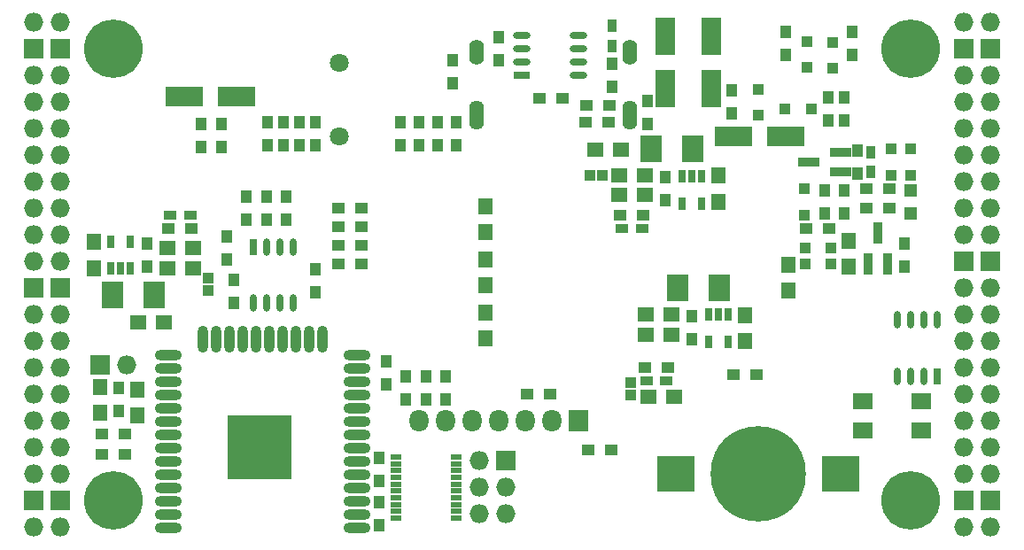
<source format=gbs>
G04 #@! TF.FileFunction,Soldermask,Bot*
%FSLAX46Y46*%
G04 Gerber Fmt 4.6, Leading zero omitted, Abs format (unit mm)*
G04 Created by KiCad (PCBNEW 4.0.7+dfsg1-1) date Sun Jan  7 12:00:11 2018*
%MOMM*%
%LPD*%
G01*
G04 APERTURE LIST*
%ADD10C,0.100000*%
%ADD11O,1.827200X1.827200*%
%ADD12R,1.827200X1.827200*%
%ADD13R,1.000000X1.300000*%
%ADD14R,1.100000X1.100000*%
%ADD15R,1.900000X3.600000*%
%ADD16R,2.100000X2.600000*%
%ADD17R,0.800000X1.300000*%
%ADD18R,1.350000X1.600000*%
%ADD19R,1.600000X1.350000*%
%ADD20R,0.900000X2.000000*%
%ADD21R,2.000000X0.900000*%
%ADD22R,1.300000X0.850000*%
%ADD23R,0.850000X1.300000*%
%ADD24R,1.300000X1.000000*%
%ADD25C,5.600000*%
%ADD26R,1.100000X0.500000*%
%ADD27R,1.827200X2.132000*%
%ADD28O,1.827200X2.132000*%
%ADD29R,3.600000X1.900000*%
%ADD30R,3.600000X3.400000*%
%ADD31C,9.100000*%
%ADD32C,1.800000*%
%ADD33O,1.400000X2.800000*%
%ADD34O,1.400000X2.400000*%
%ADD35R,0.700000X1.650000*%
%ADD36O,0.700000X1.650000*%
%ADD37R,1.650000X0.700000*%
%ADD38O,1.650000X0.700000*%
%ADD39O,2.600000X1.000000*%
%ADD40O,1.000000X2.600000*%
%ADD41R,6.100000X6.100000*%
%ADD42R,1.900000X1.500000*%
%ADD43R,1.300000X1.300000*%
G04 APERTURE END LIST*
D10*
D11*
X97910000Y-62690000D03*
X95370000Y-62690000D03*
D12*
X97910000Y-65230000D03*
X95370000Y-65230000D03*
D11*
X97910000Y-67770000D03*
X95370000Y-67770000D03*
X97910000Y-70310000D03*
X95370000Y-70310000D03*
X97910000Y-72850000D03*
X95370000Y-72850000D03*
X97910000Y-75390000D03*
X95370000Y-75390000D03*
X97910000Y-77930000D03*
X95370000Y-77930000D03*
X97910000Y-80470000D03*
X95370000Y-80470000D03*
X97910000Y-83010000D03*
X95370000Y-83010000D03*
X97910000Y-85550000D03*
X95370000Y-85550000D03*
D12*
X97910000Y-88090000D03*
X95370000Y-88090000D03*
D11*
X97910000Y-90630000D03*
X95370000Y-90630000D03*
X97910000Y-93170000D03*
X95370000Y-93170000D03*
X97910000Y-95710000D03*
X95370000Y-95710000D03*
X97910000Y-98250000D03*
X95370000Y-98250000D03*
X97910000Y-100790000D03*
X95370000Y-100790000D03*
X97910000Y-103330000D03*
X95370000Y-103330000D03*
X97910000Y-105870000D03*
X95370000Y-105870000D03*
D12*
X97910000Y-108410000D03*
X95370000Y-108410000D03*
D11*
X97910000Y-110950000D03*
X95370000Y-110950000D03*
D13*
X103498000Y-99858000D03*
X103498000Y-97658000D03*
D14*
X152393000Y-97142000D03*
X152393000Y-98342000D03*
D15*
X155695000Y-69000000D03*
X155695000Y-64000000D03*
D13*
X154044000Y-72426000D03*
X154044000Y-70226000D03*
D16*
X160870000Y-88090000D03*
X156870000Y-88090000D03*
D17*
X159825000Y-90600000D03*
X160775000Y-90600000D03*
X161725000Y-90600000D03*
X161725000Y-93200000D03*
X159825000Y-93200000D03*
D16*
X102895000Y-88725000D03*
X106895000Y-88725000D03*
D17*
X104575000Y-86215000D03*
X103625000Y-86215000D03*
X102675000Y-86215000D03*
X102675000Y-83615000D03*
X104575000Y-83615000D03*
D16*
X158330000Y-74755000D03*
X154330000Y-74755000D03*
D17*
X157285000Y-77392000D03*
X158235000Y-77392000D03*
X159185000Y-77392000D03*
X159185000Y-79992000D03*
X157285000Y-79992000D03*
D18*
X101085000Y-83665000D03*
X101085000Y-86165000D03*
D19*
X153810000Y-90630000D03*
X156310000Y-90630000D03*
X153810000Y-92535000D03*
X156310000Y-92535000D03*
D18*
X163315000Y-93150000D03*
X163315000Y-90650000D03*
D19*
X151270000Y-79200000D03*
X153770000Y-79200000D03*
X151270000Y-77295000D03*
X153770000Y-77295000D03*
D18*
X160775000Y-79815000D03*
X160775000Y-77315000D03*
D19*
X110590000Y-84280000D03*
X108090000Y-84280000D03*
X110590000Y-86185000D03*
X108090000Y-86185000D03*
D18*
X173221000Y-86038000D03*
X173221000Y-83538000D03*
D20*
X176965000Y-85780000D03*
X175065000Y-85780000D03*
X176015000Y-82780000D03*
D21*
X172435000Y-75075000D03*
X172435000Y-76975000D03*
X169435000Y-76025000D03*
D22*
X153910000Y-96910000D03*
X155810000Y-96910000D03*
X151570000Y-82375000D03*
X153470000Y-82375000D03*
X110290000Y-81105000D03*
X108390000Y-81105000D03*
D23*
X175380000Y-75075000D03*
X175380000Y-76975000D03*
D24*
X169200000Y-82375000D03*
X171400000Y-82375000D03*
D13*
X172840000Y-80935000D03*
X172840000Y-78735000D03*
D24*
X177115000Y-80470000D03*
X174915000Y-80470000D03*
D13*
X174110000Y-74925000D03*
X174110000Y-77125000D03*
X178555000Y-83815000D03*
X178555000Y-86015000D03*
X113785000Y-83180000D03*
X113785000Y-85380000D03*
X170935000Y-80935000D03*
X170935000Y-78735000D03*
X128390000Y-108580000D03*
X128390000Y-110780000D03*
D24*
X150572000Y-103584000D03*
X148372000Y-103584000D03*
X177115000Y-78565000D03*
X174915000Y-78565000D03*
X153760000Y-95640000D03*
X155960000Y-95640000D03*
X110440000Y-82375000D03*
X108240000Y-82375000D03*
X151420000Y-81105000D03*
X153620000Y-81105000D03*
D13*
X158235000Y-90800000D03*
X158235000Y-93000000D03*
X106165000Y-86015000D03*
X106165000Y-83815000D03*
X155695000Y-77465000D03*
X155695000Y-79665000D03*
D24*
X126696000Y-85804000D03*
X124496000Y-85804000D03*
X126696000Y-84026000D03*
X124496000Y-84026000D03*
X126696000Y-82248000D03*
X124496000Y-82248000D03*
X126696000Y-80470000D03*
X124496000Y-80470000D03*
D13*
X130422000Y-74458000D03*
X130422000Y-72258000D03*
X132200000Y-74458000D03*
X132200000Y-72258000D03*
X133978000Y-74458000D03*
X133978000Y-72258000D03*
X135756000Y-74458000D03*
X135756000Y-72258000D03*
D23*
X150589600Y-64910000D03*
X150589600Y-63010000D03*
D11*
X184270000Y-110950000D03*
X186810000Y-110950000D03*
D12*
X184270000Y-108410000D03*
X186810000Y-108410000D03*
D11*
X184270000Y-105870000D03*
X186810000Y-105870000D03*
X184270000Y-103330000D03*
X186810000Y-103330000D03*
X184270000Y-100790000D03*
X186810000Y-100790000D03*
X184270000Y-98250000D03*
X186810000Y-98250000D03*
X184270000Y-95710000D03*
X186810000Y-95710000D03*
X184270000Y-93170000D03*
X186810000Y-93170000D03*
X184270000Y-90630000D03*
X186810000Y-90630000D03*
X184270000Y-88090000D03*
X186810000Y-88090000D03*
D12*
X184270000Y-85550000D03*
X186810000Y-85550000D03*
D11*
X184270000Y-83010000D03*
X186810000Y-83010000D03*
X184270000Y-80470000D03*
X186810000Y-80470000D03*
X184270000Y-77930000D03*
X186810000Y-77930000D03*
X184270000Y-75390000D03*
X186810000Y-75390000D03*
X184270000Y-72850000D03*
X186810000Y-72850000D03*
X184270000Y-70310000D03*
X186810000Y-70310000D03*
X184270000Y-67770000D03*
X186810000Y-67770000D03*
D12*
X184270000Y-65230000D03*
X186810000Y-65230000D03*
D11*
X184270000Y-62690000D03*
X186810000Y-62690000D03*
D25*
X102990000Y-108410000D03*
X179190000Y-108410000D03*
X179190000Y-65230000D03*
X102990000Y-65230000D03*
D13*
X162045000Y-71410000D03*
X162045000Y-69210000D03*
X139820000Y-66330000D03*
X139820000Y-64130000D03*
X135375000Y-68532000D03*
X135375000Y-66332000D03*
X150615000Y-68870000D03*
X150615000Y-66670000D03*
D24*
X150275000Y-72215000D03*
X148075000Y-72215000D03*
X150380000Y-70600000D03*
X148180000Y-70600000D03*
D26*
X135735000Y-104215000D03*
X135735000Y-104865000D03*
X135735000Y-105515000D03*
X135735000Y-106165000D03*
X135735000Y-106815000D03*
X135735000Y-107465000D03*
X135735000Y-108115000D03*
X135735000Y-108765000D03*
X135735000Y-109415000D03*
X135735000Y-110065000D03*
X129935000Y-110065000D03*
X129935000Y-109415000D03*
X129935000Y-108765000D03*
X129935000Y-108115000D03*
X129935000Y-107465000D03*
X129935000Y-106815000D03*
X129935000Y-106165000D03*
X129935000Y-105515000D03*
X129935000Y-104865000D03*
X129935000Y-104215000D03*
D13*
X119500000Y-79370000D03*
X119500000Y-81570000D03*
X114480000Y-89500000D03*
X114480000Y-87300000D03*
X129025000Y-97275000D03*
X129025000Y-95075000D03*
X117595000Y-79370000D03*
X117595000Y-81570000D03*
X122280000Y-86300000D03*
X122280000Y-88500000D03*
X115690000Y-79370000D03*
X115690000Y-81570000D03*
D24*
X144730000Y-98250000D03*
X142530000Y-98250000D03*
D13*
X132835000Y-98715000D03*
X132835000Y-96515000D03*
X130930000Y-98715000D03*
X130930000Y-96515000D03*
D24*
X101890000Y-103965000D03*
X104090000Y-103965000D03*
D12*
X101720000Y-95456000D03*
D11*
X104260000Y-95456000D03*
D24*
X104090000Y-102060000D03*
X101890000Y-102060000D03*
D18*
X167506000Y-88324000D03*
X167506000Y-85824000D03*
D24*
X164415000Y-96345000D03*
X162215000Y-96345000D03*
D13*
X167252000Y-65822000D03*
X167252000Y-63622000D03*
D12*
X140455000Y-104600000D03*
D11*
X137915000Y-104600000D03*
X140455000Y-107140000D03*
X137915000Y-107140000D03*
X140455000Y-109680000D03*
X137915000Y-109680000D03*
D18*
X138550000Y-90396000D03*
X138550000Y-92896000D03*
X138550000Y-82736000D03*
X138550000Y-80236000D03*
X138550000Y-85316000D03*
X138550000Y-87816000D03*
X101720000Y-97508000D03*
X101720000Y-100008000D03*
D13*
X113277000Y-74585000D03*
X113277000Y-72385000D03*
X111372000Y-74585000D03*
X111372000Y-72385000D03*
X172840000Y-72045000D03*
X172840000Y-69845000D03*
X171316000Y-72045000D03*
X171316000Y-69845000D03*
D27*
X147440000Y-100790000D03*
D28*
X144900000Y-100790000D03*
X142360000Y-100790000D03*
X139820000Y-100790000D03*
X137280000Y-100790000D03*
X134740000Y-100790000D03*
X132200000Y-100790000D03*
D18*
X105276000Y-100262000D03*
X105276000Y-97762000D03*
D29*
X109761000Y-69802000D03*
X114761000Y-69802000D03*
X167212000Y-73612000D03*
X162212000Y-73612000D03*
D15*
X160140000Y-64000000D03*
X160140000Y-69000000D03*
D19*
X154064000Y-98504000D03*
X156564000Y-98504000D03*
X107796000Y-91392000D03*
X105296000Y-91392000D03*
X151484000Y-74882000D03*
X148984000Y-74882000D03*
D13*
X173602000Y-65822000D03*
X173602000Y-63622000D03*
X134740000Y-96515000D03*
X134740000Y-98715000D03*
D30*
X172485000Y-105870000D03*
X156685000Y-105870000D03*
D31*
X164585000Y-105870000D03*
D14*
X169284000Y-66988000D03*
X169284000Y-64488000D03*
X171697000Y-67081000D03*
X171697000Y-64581000D03*
X169050000Y-84280000D03*
X171550000Y-84280000D03*
X169030000Y-81085000D03*
X169030000Y-78585000D03*
X171550000Y-85804000D03*
X169050000Y-85804000D03*
X179190000Y-77275000D03*
X179190000Y-74775000D03*
X177285000Y-74775000D03*
X177285000Y-77275000D03*
X167145000Y-70945000D03*
X169645000Y-70945000D03*
X164585000Y-69060000D03*
X164585000Y-71560000D03*
X112007000Y-87109000D03*
X112007000Y-88309000D03*
X149691000Y-77295000D03*
X148491000Y-77295000D03*
D13*
X128390000Y-106546000D03*
X128390000Y-104346000D03*
X117722000Y-74458000D03*
X117722000Y-72258000D03*
X119246000Y-74458000D03*
X119246000Y-72258000D03*
X120770000Y-74458000D03*
X120770000Y-72258000D03*
X122294000Y-74458000D03*
X122294000Y-72258000D03*
D24*
X145880000Y-69900000D03*
X143680000Y-69900000D03*
D32*
X124580000Y-66548000D03*
X124580000Y-73548000D03*
D33*
X152280000Y-71550000D03*
X137680000Y-71550000D03*
D34*
X137680000Y-65500000D03*
X152280000Y-65500000D03*
D35*
X181730000Y-96505000D03*
D36*
X180460000Y-96505000D03*
X179190000Y-96505000D03*
X177920000Y-96505000D03*
X177920000Y-91105000D03*
X179190000Y-91105000D03*
X180460000Y-91105000D03*
X181730000Y-91105000D03*
D37*
X141980000Y-67706500D03*
D38*
X141980000Y-66436500D03*
X141980000Y-65166500D03*
X141980000Y-63896500D03*
X147380000Y-63896500D03*
X147380000Y-65166500D03*
X147380000Y-66436500D03*
X147380000Y-67706500D03*
D35*
X116325000Y-84120000D03*
D36*
X117595000Y-84120000D03*
X118865000Y-84120000D03*
X120135000Y-84120000D03*
X120135000Y-89520000D03*
X118865000Y-89520000D03*
X117595000Y-89520000D03*
X116325000Y-89520000D03*
D39*
X126230000Y-111000000D03*
X126230000Y-109730000D03*
X126230000Y-108460000D03*
X126230000Y-107190000D03*
X126230000Y-105920000D03*
X126230000Y-104650000D03*
X126230000Y-103380000D03*
X126230000Y-102110000D03*
X126230000Y-100840000D03*
X126230000Y-99570000D03*
X126230000Y-98300000D03*
X126230000Y-97030000D03*
X126230000Y-95760000D03*
X126230000Y-94490000D03*
D40*
X122945000Y-93000000D03*
X121675000Y-93000000D03*
X120405000Y-93000000D03*
X119135000Y-93000000D03*
X117865000Y-93000000D03*
X116595000Y-93000000D03*
X115325000Y-93000000D03*
X114055000Y-93000000D03*
X112785000Y-93000000D03*
X111515000Y-93000000D03*
D39*
X108230000Y-94490000D03*
X108230000Y-95760000D03*
X108230000Y-97030000D03*
X108230000Y-98300000D03*
X108230000Y-99570000D03*
X108230000Y-100840000D03*
X108230000Y-102110000D03*
X108230000Y-103380000D03*
X108230000Y-104650000D03*
X108230000Y-105920000D03*
X108230000Y-107190000D03*
X108230000Y-108460000D03*
X108230000Y-109730000D03*
X108230000Y-111000000D03*
D41*
X116930000Y-103300000D03*
D42*
X180212000Y-98882000D03*
X174612000Y-98882000D03*
X174612000Y-101682000D03*
X180212000Y-101682000D03*
D43*
X179190000Y-78735000D03*
X179190000Y-80935000D03*
M02*

</source>
